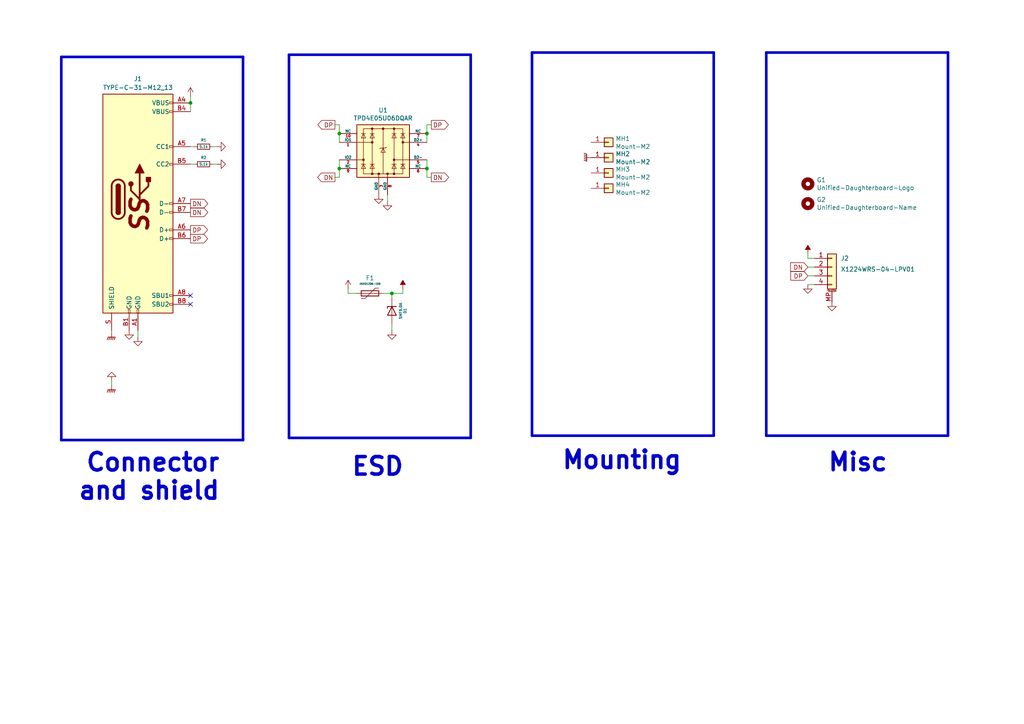
<source format=kicad_sch>
(kicad_sch (version 20231120) (generator "eeschema") (generator_version "8.0")
  (paper "A4")
  (title_block (title "Unified Daughterboard") (date "2022-10-31") (rev "C4-RC1") (company "Designed by the UDB team"))
  (lib_symbols
    (symbol "Connector_Generic:Conn_01x01" (pin_names (offset 1.016) hide)
      (property "Reference" "J" (at 0 2.54 0))
      (property "Value" "Conn_01x01" (at 0 -2.54 0))
      (symbol "Conn_01x01_1_1"
        (rectangle (start -1.27 0.127) (end 0 -0.127) (stroke (width 0.1524)))
        (rectangle (start -1.27 1.27) (end 1.27 -1.27) (stroke (width 0.254)) (fill (type background)))
        (pin passive line (at -5.08 0 0) (length 3.81) (name "Pin_1") (number "1"))
      )
    )
    (symbol "Connector_Generic_MountingPin:Conn_01x04_MountingPin" (pin_names (offset 1.016) hide)
      (property "Reference" "J" (at 0 5.08 0))
      (property "Value" "Conn_01x04_MountingPin" (at 1.27 -7.62 0))
      (symbol "Conn_01x04_MountingPin_1_1"
        (rectangle (start -1.27 -4.953) (end 0 -5.207) (stroke (width 0.1524)))
        (rectangle (start -1.27 -2.413) (end 0 -2.667) (stroke (width 0.1524)))
        (rectangle (start -1.27 0.127) (end 0 -0.127) (stroke (width 0.1524)))
        (rectangle (start -1.27 2.667) (end 0 2.413) (stroke (width 0.1524)))
        (rectangle (start -1.27 3.81) (end 1.27 -6.35) (stroke (width 0.254)) (fill (type background)))
        (polyline (pts (xy -1.016 -7.112) (xy 1.016 -7.112)) (stroke (width 0.1524)))
        (text "Mounting" (at 0 -6.731 0) (effects (font (size 0.381 0.381))))
        (pin passive line (at -5.08 2.54 0) (length 3.81) (name "Pin_1") (number "1"))
        (pin passive line (at -5.08 0 0) (length 3.81) (name "Pin_2") (number "2"))
        (pin passive line (at -5.08 -2.54 0) (length 3.81) (name "Pin_3") (number "3"))
        (pin passive line (at -5.08 -5.08 0) (length 3.81) (name "Pin_4") (number "4"))
        (pin passive line (at 0 -10.16 90) (length 3.048) (name "MountPin") (number "MP"))
      )
    )
    (symbol "Device:D_Zener" (pin_numbers hide) (pin_names (offset 1.016) hide)
      (property "Reference" "D" (at 0 2.54 0))
      (property "Value" "D_Zener" (at 0 -2.54 0))
      (symbol "D_Zener_0_1"
        (polyline (pts (xy 1.27 0) (xy -1.27 0)))
        (polyline (pts (xy -1.27 -1.27) (xy -1.27 1.27) (xy -0.762 1.27)) (stroke (width 0.254)))
        (polyline (pts (xy 1.27 -1.27) (xy 1.27 1.27) (xy -1.27 0) (xy 1.27 -1.27)) (stroke (width 0.254)))
      )
      (symbol "D_Zener_1_1"
        (pin passive line (at -3.81 0 0) (length 2.54) (name "K") (number "1"))
        (pin passive line (at 3.81 0 180) (length 2.54) (name "A") (number "2"))
      )
    )
    (symbol "Device:Polyfuse" (pin_numbers hide) (pin_names (offset 0))
      (property "Reference" "F" (at -2.54 0 90))
      (property "Value" "Polyfuse" (at 2.54 0 90))
      (symbol "Polyfuse_0_1"
        (rectangle (start -0.762 2.54) (end 0.762 -2.54) (stroke (width 0.254)))
        (polyline (pts (xy 0 2.54) (xy 0 -2.54)))
        (polyline (pts (xy -1.524 2.54) (xy -1.524 1.524) (xy 1.524 -1.524) (xy 1.524 -2.54)))
      )
      (symbol "Polyfuse_1_1"
        (pin passive line (at 0 3.81 270) (length 1.27) (name "~") (number "1"))
        (pin passive line (at 0 -3.81 90) (length 1.27) (name "~") (number "2"))
      )
    )
    (symbol "Device:R_Small" (pin_numbers hide) (pin_names (offset 0.254) hide)
      (property "Reference" "R" (at 0.762 0.508 0))
      (property "Value" "R_Small" (at 0.762 -1.016 0))
      (symbol "R_Small_0_1"
        (rectangle (start -0.762 1.778) (end 0.762 -1.778) (stroke (width 0.2032)))
      )
      (symbol "R_Small_1_1"
        (pin passive line (at 0 2.54 270) (length 0.762) (name "~") (number "1"))
        (pin passive line (at 0 -2.54 90) (length 0.762) (name "~") (number "2"))
      )
    )
    (symbol "GNDPWR_1" (power) (pin_numbers hide) (pin_names (offset 0) hide)
      (property "Value" "GNDPWR_1" (at 0 -3.302 0))
      (symbol "GNDPWR_1_0_1"
        (polyline (pts (xy 0 -1.27) (xy 0 0)))
        (polyline (pts (xy -1.016 -1.27) (xy -1.27 -2.032) (xy -1.27 -2.032)) (stroke (width 0.2032)))
        (polyline (pts (xy -0.508 -1.27) (xy -0.762 -2.032) (xy -0.762 -2.032)) (stroke (width 0.2032)))
        (polyline (pts (xy 0 -1.27) (xy -0.254 -2.032) (xy -0.254 -2.032)) (stroke (width 0.2032)))
        (polyline (pts (xy 0.508 -1.27) (xy 0.254 -2.032) (xy 0.254 -2.032)) (stroke (width 0.2032)))
        (polyline (pts (xy 1.016 -1.27) (xy -1.016 -1.27) (xy -1.016 -1.27)) (stroke (width 0.2032)))
        (polyline (pts (xy 1.016 -1.27) (xy 0.762 -2.032) (xy 0.762 -2.032) (xy 0.762 -2.032)) (stroke (width 0.2032)))
      )
      (symbol "GNDPWR_1_1_1"
        (pin power_in line (at 0 0 270) (length 0) hide (name "GNDPWR") (number "1"))
      )
    )
    (symbol "GND_1" (power) (pin_numbers hide) (pin_names (offset 0) hide)
      (property "Value" "GND_1" (at 0 -3.81 0))
      (symbol "GND_1_0_1"
        (polyline (pts (xy 0 0) (xy 0 -1.27) (xy 1.27 -1.27) (xy 0 -2.54) (xy -1.27 -1.27) (xy 0 -1.27)))
      )
      (symbol "GND_1_1_1"
        (pin power_in line (at 0 0 270) (length 0) hide (name "GND") (number "1"))
      )
    )
    (symbol "Mechanical:MountingHole" (pin_names (offset 1.016))
      (property "Reference" "H" (at 0 5.08 0))
      (property "Value" "MountingHole" (at 0 3.175 0))
      (symbol "MountingHole_0_1"
        (circle (center 0 0) (radius 1.27) (stroke (width 1.27)))
      )
    )
    (symbol "Unified-Daughterboard-rescue:TPD4E05U06DQAR-acheronSymbols" (pin_names (offset 0))
      (property "Reference" "U" (at 0 12.7 0))
      (property "Value" "TPD4E05U06DQAR-acheronSymbols" (at 0 10.16 0))
      (symbol "TPD4E05U06DQAR-acheronSymbols_0_0"
        (rectangle (start -5.715 6.477) (end 5.715 -6.604))
        (polyline (pts (xy -3.175 -6.604) (xy -3.175 6.477)))
        (polyline (pts (xy 0 6.477) (xy 0 -6.604)))
        (polyline (pts (xy 3.175 6.477) (xy 3.175 -6.604)))
      )
      (symbol "TPD4E05U06DQAR-acheronSymbols_0_1"
        (rectangle (start -7.62 7.62) (end 7.62 -7.62) (stroke (width 0.254)) (fill (type background)))
        (circle (center -5.715 -2.54) (radius 0.2794) (fill (type outline)))
        (circle (center -3.175 -6.604) (radius 0.2794) (fill (type outline)))
        (circle (center -3.175 2.54) (radius 0.2794) (fill (type outline)))
        (circle (center -3.175 6.477) (radius 0.2794) (fill (type outline)))
        (circle (center -1.27 -6.604) (radius 0.2794) (fill (type outline)))
        (polyline (pts (xy -7.747 2.54) (xy -3.175 2.54)))
        (polyline (pts (xy -7.62 -2.54) (xy -5.715 -2.54)))
        (polyline (pts (xy -5.08 -3.81) (xy -6.35 -3.81)))
        (polyline (pts (xy -5.08 5.08) (xy -6.35 5.08)))
        (polyline (pts (xy -2.54 -3.81) (xy -3.81 -3.81)))
        (polyline (pts (xy -2.54 5.08) (xy -3.81 5.08)))
        (polyline (pts (xy -1.27 -6.604) (xy -1.27 -7.62)))
        (polyline (pts (xy -0.635 0.889) (xy -1.016 0.635)))
        (polyline (pts (xy 0.635 0.889) (xy -0.635 0.889)))
        (polyline (pts (xy 0.635 0.889) (xy 1.016 1.143)))
        (polyline (pts (xy 3.81 -3.81) (xy 2.54 -3.81)))
        (polyline (pts (xy 3.81 5.08) (xy 2.54 5.08)))
        (polyline (pts (xy 6.35 -3.81) (xy 5.08 -3.81)))
        (polyline (pts (xy 6.35 5.08) (xy 5.08 5.08)))
        (polyline (pts (xy 7.62 -2.54) (xy 3.175 -2.54)))
        (polyline (pts (xy 7.62 2.54) (xy 5.715 2.54)))
        (polyline (pts (xy -5.08 -5.08) (xy -6.35 -5.08) (xy -5.715 -3.81) (xy -5.08 -5.08)))
        (polyline (pts (xy -5.08 3.81) (xy -6.35 3.81) (xy -5.715 5.08) (xy -5.08 3.81)))
        (polyline (pts (xy -2.54 -5.08) (xy -3.81 -5.08) (xy -3.175 -3.81) (xy -2.54 -5.08)))
        (polyline (pts (xy -2.54 3.81) (xy -3.81 3.81) (xy -3.175 5.08) (xy -2.54 3.81)))
        (polyline (pts (xy 0.635 -0.381) (xy -0.635 -0.381) (xy 0 0.889) (xy 0.635 -0.381)))
        (polyline (pts (xy 3.81 -5.08) (xy 2.54 -5.08) (xy 3.175 -3.81) (xy 3.81 -5.08)))
        (polyline (pts (xy 3.81 3.81) (xy 2.54 3.81) (xy 3.175 5.08) (xy 3.81 3.81)))
        (polyline (pts (xy 6.35 -5.08) (xy 5.08 -5.08) (xy 5.715 -3.81) (xy 6.35 -5.08)))
        (polyline (pts (xy 6.35 3.81) (xy 5.08 3.81) (xy 5.715 5.08) (xy 6.35 3.81)))
        (circle (center 0 6.477) (radius 0.2794) (fill (type outline)))
        (circle (center 3.175 -6.604) (radius 0.2794) (fill (type outline)))
        (circle (center 3.175 -2.54) (radius 0.2794) (fill (type outline)))
        (circle (center 3.175 6.477) (radius 0.2794) (fill (type outline)))
        (circle (center 5.715 2.54) (radius 0.2794) (fill (type outline)))
      )
      (symbol "TPD4E05U06DQAR-acheronSymbols_1_1"
        (polyline (pts (xy 1.27 -6.604) (xy 1.27 -7.62)))
        (circle (center 1.27 -6.604) (radius 0.2794) (fill (type outline)))
        (pin bidirectional line (at -12.7 2.54 0) (length 5.08) (name "IO1") (number "1"))
        (pin bidirectional line (at -12.7 5.08 0) (length 5.08) (name "NC") (number "10"))
        (pin bidirectional line (at -12.7 -2.54 0) (length 5.08) (name "IO2") (number "2"))
        (pin power_in line (at -1.27 -12.7 90) (length 5.08) (name "GND") (number "3"))
        (pin bidirectional line (at 12.7 2.54 180) (length 5.08) (name "D2+") (number "4"))
        (pin bidirectional line (at 12.7 -2.54 180) (length 5.08) (name "D2-") (number "5"))
        (pin bidirectional line (at 12.7 -5.08 180) (length 5.08) (name "NC") (number "6"))
        (pin bidirectional line (at 12.7 5.08 180) (length 5.08) (name "NC") (number "7"))
        (pin power_in line (at 1.27 -12.7 90) (length 5.08) (name "GND") (number "8"))
        (pin bidirectional line (at -12.7 -5.08 0) (length 5.08) (name "NC") (number "9"))
      )
    )
    (symbol "Unified-Daughterboard-rescue:TYPE-C-31-M12_13-acheronSymbols" (pin_names (offset 1.016))
      (property "Reference" "J" (at -1.27 35.56 0))
      (property "Value" "TYPE-C-31-M12_13-acheronSymbols" (at 10.16 33.02 0))
      (symbol "TYPE-C-31-M12_13-acheronSymbols_0_0"
        (rectangle (start -0.254 -31.75) (end 0.254 -30.734))
        (rectangle (start 10.16 -28.956) (end 9.144 -29.464))
        (rectangle (start 10.16 -26.416) (end 9.144 -26.924))
        (rectangle (start 10.16 -9.906) (end 9.144 -10.414))
        (rectangle (start 10.16 -7.366) (end 9.144 -7.874))
        (rectangle (start 10.16 -2.286) (end 9.144 -2.794))
        (rectangle (start 10.16 0.254) (end 9.144 -0.254))
        (rectangle (start 10.16 11.684) (end 9.144 11.176))
        (rectangle (start 10.16 16.764) (end 9.144 16.256))
        (rectangle (start 10.16 29.464) (end 9.144 28.956))
        (text "SS" (at 0.508 -3.175 900) (effects (font (size 5.08 5.08) (bold yes) (italic yes))))
      )
      (symbol "TYPE-C-31-M12_13-acheronSymbols_0_1"
        (rectangle (start -10.16 31.75) (end 10.16 -31.75) (stroke (width 0.254)) (fill (type background)))
        (arc (start -7.62 -2.54) (mid -5.715 -4.4367) (end -3.81 -2.54) (stroke (width 0.508)))
        (arc (start -6.35 -2.54) (mid -5.715 -3.1723) (end -5.08 -2.54) (stroke (width 0.254)))
        (arc (start -6.35 -2.54) (mid -5.715 -3.1723) (end -5.08 -2.54) (stroke (width 0.254)) (fill (type outline)))
        (rectangle (start -6.35 -2.54) (end -5.08 5.08) (stroke (width 0.254)) (fill (type outline)))
        (arc (start -5.08 5.08) (mid -5.715 5.7123) (end -6.35 5.08) (stroke (width 0.254)))
        (arc (start -5.08 5.08) (mid -5.715 5.7123) (end -6.35 5.08) (stroke (width 0.254)) (fill (type outline)))
        (arc (start -3.81 5.08) (mid -5.715 6.9767) (end -7.62 5.08) (stroke (width 0.508)))
        (circle (center -2.032 5.715) (radius 0.635) (stroke (width 0.254)) (fill (type outline)))
        (polyline (pts (xy -7.62 -2.54) (xy -7.62 5.08)) (stroke (width 0.508)))
        (polyline (pts (xy -3.81 5.08) (xy -3.81 -2.54)) (stroke (width 0.508)))
        (polyline (pts (xy 0.508 0) (xy 0.508 8.89)) (stroke (width 0.508)))
        (polyline (pts (xy 0.508 1.27) (xy -2.032 3.81) (xy -2.032 5.08)) (stroke (width 0.508)))
        (polyline (pts (xy 0.508 2.54) (xy 3.048 5.08) (xy 3.048 6.35)) (stroke (width 0.508)))
        (polyline (pts (xy -0.762 8.89) (xy 0.508 11.43) (xy 1.778 8.89) (xy -0.762 8.89)) (stroke (width 0.254)) (fill (type outline)))
        (rectangle (start 2.413 6.35) (end 3.683 7.62) (stroke (width 0.254)) (fill (type outline)))
      )
      (symbol "TYPE-C-31-M12_13-acheronSymbols_1_1"
        (rectangle (start -2.794 -31.75) (end -2.286 -30.734))
        (rectangle (start 10.16 26.924) (end 9.144 26.416))
        (pin power_out line (at 0 -36.83 90) (length 5.08) (name "GND") (number "A1"))
        (pin power_out line (at 15.24 29.21 180) (length 5.08) (name "VBUS") (number "A4"))
        (pin bidirectional line (at 15.24 16.51 180) (length 5.08) (name "CC1") (number "A5"))
        (pin bidirectional line (at 15.24 -7.62 180) (length 5.08) (name "D+") (number "A6"))
        (pin bidirectional line (at 15.24 0 180) (length 5.08) (name "D-") (number "A7"))
        (pin bidirectional line (at 15.24 -26.67 180) (length 5.08) (name "SBU1") (number "A8"))
        (pin power_out line (at -2.54 -36.83 90) (length 5.08) (name "GND") (number "B1"))
        (pin power_out line (at 15.24 26.67 180) (length 5.08) (name "VBUS") (number "B4"))
        (pin bidirectional line (at 15.24 11.43 180) (length 5.08) (name "CC2") (number "B5"))
        (pin bidirectional line (at 15.24 -10.16 180) (length 5.08) (name "D+") (number "B6"))
        (pin bidirectional line (at 15.24 -2.54 180) (length 5.08) (name "D-") (number "B7"))
        (pin bidirectional line (at 15.24 -29.21 180) (length 5.08) (name "SBU2") (number "B8"))
        (pin passive line (at -7.62 -36.83 90) (length 5.08) (name "SHIELD") (number "S"))
      )
    )
    (symbol "VBUS_1" (power) (pin_numbers hide) (pin_names (offset 0) hide)
      (property "Value" "VBUS_1" (at 0 3.81 0))
      (symbol "VBUS_1_0_1"
        (polyline (pts (xy -0.762 1.27) (xy 0 2.54)))
        (polyline (pts (xy 0 0) (xy 0 2.54)))
        (polyline (pts (xy 0 2.54) (xy 0.762 1.27)))
      )
      (symbol "VBUS_1_1_1"
        (pin power_in line (at 0 0 90) (length 0) hide (name "VBUS") (number "1"))
      )
    )
    (symbol "power:GND" (power) (pin_numbers hide) (pin_names (offset 0) hide)
      (property "Value" "GND" (at 0 -3.81 0))
      (symbol "GND_0_1"
        (polyline (pts (xy 0 0) (xy 0 -1.27) (xy 1.27 -1.27) (xy 0 -2.54) (xy -1.27 -1.27) (xy 0 -1.27)))
      )
      (symbol "GND_1_1"
        (pin power_in line (at 0 0 270) (length 0) hide (name "GND") (number "1"))
      )
    )
    (symbol "power:GNDPWR" (power) (pin_numbers hide) (pin_names (offset 0) hide)
      (property "Value" "GNDPWR" (at 0 -3.302 0))
      (symbol "GNDPWR_0_1"
        (polyline (pts (xy 0 -1.27) (xy 0 0)))
        (polyline (pts (xy -1.016 -1.27) (xy -1.27 -2.032) (xy -1.27 -2.032)) (stroke (width 0.2032)))
        (polyline (pts (xy -0.508 -1.27) (xy -0.762 -2.032) (xy -0.762 -2.032)) (stroke (width 0.2032)))
        (polyline (pts (xy 0 -1.27) (xy -0.254 -2.032) (xy -0.254 -2.032)) (stroke (width 0.2032)))
        (polyline (pts (xy 0.508 -1.27) (xy 0.254 -2.032) (xy 0.254 -2.032)) (stroke (width 0.2032)))
        (polyline (pts (xy 1.016 -1.27) (xy -1.016 -1.27) (xy -1.016 -1.27)) (stroke (width 0.2032)))
        (polyline (pts (xy 1.016 -1.27) (xy 0.762 -2.032) (xy 0.762 -2.032) (xy 0.762 -2.032)) (stroke (width 0.2032)))
      )
      (symbol "GNDPWR_1_1"
        (pin power_in line (at 0 0 270) (length 0) hide (name "GNDPWR") (number "1"))
      )
    )
    (symbol "power:VCOM" (power) (pin_numbers hide) (pin_names (offset 0) hide)
      (property "Value" "VCOM" (at 0 3.81 0))
      (symbol "VCOM_0_1"
        (polyline (pts (xy 0 0) (xy 0 2.54)))
        (polyline (pts (xy 0.762 1.27) (xy -0.762 1.27) (xy 0 2.54) (xy 0.762 1.27)) (fill (type outline)))
      )
      (symbol "VCOM_1_1"
        (pin power_in line (at 0 0 90) (length 0) hide (name "VCOM") (number "1"))
      )
    )
  )
  (junction (at 98.425 38.735))
  (junction (at 98.425 48.895))
  (junction (at 55.245 29.845))
  (junction (at 113.665 85.09))
  (junction (at 123.825 38.735))
  (junction (at 123.825 48.895))
  (no_connect (at 55.245 85.725))
  (no_connect (at 55.245 88.265))
  (polyline (pts (xy 222.25 15.24) (xy 274.955 15.24)) (stroke (width 0.762)))
  (wire (pts (xy 123.825 51.435) (xy 125.095 51.435)))
  (wire (pts (xy 98.425 38.735) (xy 98.425 41.275)))
  (wire (pts (xy 111.125 85.09) (xy 113.665 85.09)))
  (wire (pts (xy 123.825 38.735) (xy 123.825 41.275)))
  (wire (pts (xy 55.245 47.625) (xy 56.515 47.625)))
  (polyline (pts (xy 83.82 15.875) (xy 83.82 127)) (stroke (width 0.762)))
  (wire (pts (xy 32.385 110.49) (xy 32.385 111.76)))
  (polyline (pts (xy 17.78 16.51) (xy 17.78 127.635)) (stroke (width 0.762)))
  (wire (pts (xy 234.315 74.93) (xy 236.22 74.93)))
  (wire (pts (xy 123.825 48.895) (xy 123.825 51.435)))
  (polyline (pts (xy 222.25 15.24) (xy 222.25 126.365)) (stroke (width 0.762)))
  (wire (pts (xy 113.665 85.09) (xy 116.84 85.09)))
  (polyline (pts (xy 207.01 15.24) (xy 207.01 126.365)) (stroke (width 0.762)))
  (wire (pts (xy 236.22 77.47) (xy 234.315 77.47)))
  (wire (pts (xy 125.095 36.195) (xy 123.825 36.195)))
  (wire (pts (xy 234.315 80.01) (xy 236.22 80.01)))
  (polyline (pts (xy 17.78 16.51) (xy 70.485 16.51)) (stroke (width 0.762)))
  (wire (pts (xy 55.245 42.545) (xy 56.515 42.545)))
  (wire (pts (xy 113.665 93.98) (xy 113.665 95.885)))
  (wire (pts (xy 61.595 42.545) (xy 62.865 42.545)))
  (wire (pts (xy 97.155 51.435) (xy 98.425 51.435)))
  (wire (pts (xy 97.155 36.195) (xy 98.425 36.195)))
  (polyline (pts (xy 136.525 127) (xy 83.82 127)) (stroke (width 0.762)))
  (wire (pts (xy 61.595 47.625) (xy 62.865 47.625)))
  (wire (pts (xy 123.825 46.355) (xy 123.825 48.895)))
  (wire (pts (xy 100.965 85.09) (xy 103.505 85.09)))
  (wire (pts (xy 234.315 82.55) (xy 236.22 82.55)))
  (wire (pts (xy 55.245 29.845) (xy 55.245 32.385)))
  (wire (pts (xy 98.425 36.195) (xy 98.425 38.735)))
  (polyline (pts (xy 274.955 126.365) (xy 222.25 126.365)) (stroke (width 0.762)))
  (polyline (pts (xy 83.82 15.875) (xy 136.525 15.875)) (stroke (width 0.762)))
  (wire (pts (xy 55.245 27.94) (xy 55.245 29.845)))
  (polyline (pts (xy 154.305 15.24) (xy 154.305 126.365)) (stroke (width 0.762)))
  (polyline (pts (xy 70.485 127.635) (xy 17.78 127.635)) (stroke (width 0.762)))
  (wire (pts (xy 100.965 83.82) (xy 100.965 85.09)))
  (polyline (pts (xy 274.955 15.24) (xy 274.955 126.365)) (stroke (width 0.762)))
  (wire (pts (xy 98.425 51.435) (xy 98.425 48.895)))
  (wire (pts (xy 98.425 46.355) (xy 98.425 48.895)))
  (polyline (pts (xy 207.01 126.365) (xy 154.305 126.365)) (stroke (width 0.762)))
  (wire (pts (xy 113.665 85.09) (xy 113.665 86.36)))
  (wire (pts (xy 116.84 83.82) (xy 116.84 85.09)))
  (wire (pts (xy 112.395 56.515) (xy 112.395 58.42)))
  (wire (pts (xy 32.385 95.885) (xy 32.385 96.52)))
  (wire (pts (xy 123.825 36.195) (xy 123.825 38.735)))
  (wire (pts (xy 40.005 95.885) (xy 40.005 97.79)))
  (wire (pts (xy 234.315 73.66) (xy 234.315 74.93)))
  (polyline (pts (xy 70.485 16.51) (xy 70.485 127.635)) (stroke (width 0.762)))
  (polyline (pts (xy 154.305 15.24) (xy 207.01 15.24)) (stroke (width 0.762)))
  (polyline (pts (xy 136.525 15.875) (xy 136.525 127)) (stroke (width 0.762)))
  (text "Connector\nand shield" (at 64.135 145.415 0) (effects (font (size 5.08 5.08) (thickness 1.016) (bold yes)) (justify right bottom)))
  (text "Misc" (at 257.81 137.16 0) (effects (font (size 5.08 5.08) (thickness 1.016) (bold yes)) (justify right bottom)))
  (text "Mounting" (at 198.12 136.525 0) (effects (font (size 5.08 5.08) (thickness 1.016) (bold yes)) (justify right bottom)))
  (text "ESD" (at 117.475 138.43 0) (effects (font (size 5.08 5.08) (thickness 1.016) (bold yes)) (justify right bottom)))
  (global_label "DN" (shape output) (at 55.245 59.055 0) (property "Intersheetrefs" "${INTERSHEET_REFS}" (effects (hide yes))))
  (global_label "DN" (shape output) (at 55.245 61.595 0) (property "Intersheetrefs" "${INTERSHEET_REFS}" (effects (hide yes))))
  (global_label "DN" (shape output) (at 125.095 51.435 0) (property "Intersheetrefs" "${INTERSHEET_REFS}" (effects (hide yes))))
  (global_label "DP" (shape output) (at 55.245 69.215 0) (property "Intersheetrefs" "${INTERSHEET_REFS}" (effects (hide yes))))
  (global_label "DN" (shape output) (at 97.155 51.435 180) (property "Intersheetrefs" "${INTERSHEET_REFS}" (effects (hide yes))))
  (global_label "DP" (shape output) (at 55.245 66.675 0) (property "Intersheetrefs" "${INTERSHEET_REFS}" (effects (hide yes))))
  (global_label "DN" (shape input) (at 234.315 77.47 180) (property "Intersheetrefs" "${INTERSHEET_REFS}" (effects (hide yes))))
  (global_label "DP" (shape output) (at 97.155 36.195 180) (property "Intersheetrefs" "${INTERSHEET_REFS}" (effects (hide yes))))
  (global_label "DP" (shape input) (at 234.315 80.01 180) (property "Intersheetrefs" "${INTERSHEET_REFS}" (effects (hide yes))))
  (global_label "DP" (shape output) (at 125.095 36.195 0) (property "Intersheetrefs" "${INTERSHEET_REFS}" (effects (hide yes))))
  (symbol (lib_id "Connector_Generic_MountingPin:Conn_01x04_MountingPin") (at 241.3 77.47 0) (unit 1)
    (property "Reference" "J2" (at 243.84 74.93 0) (effects (justify left)))
    (property "Value" "X1224WRS-04-LPV01" (at 243.84 78.105 0) (effects (justify left)))
    (property "Footprint" "locallib:PicoEZMate-Reinforced-Alt" (effects (hide yes)))
    (property "Manufacturer" "XKB Connectivity" (effects (hide yes)))
    (property "Manufacturer Part Number" "X1224WRS-04-LPV01" (effects (hide yes)))
    (property "LCSC Part Number" "C528030" (effects (hide yes)))
  )
  (symbol (lib_id "Device:R_Small") (at 59.055 42.545 90) (unit 1)
    (property "Reference" "R1" (at 59.055 40.64 90) (effects (font (size 0.762 0.762))))
    (property "Value" "5.1k" (at 59.055 42.545 90) (effects (font (size 0.762 0.762))))
    (property "Footprint" "Resistor_SMD:R_0402_1005Metric" (effects (hide yes)))
    (property "Package" "R0402" (effects (hide yes)))
    (property "Manufacturer" "Uniroyal" (effects (hide yes)))
    (property "Manufacturer Part Number" "0402WGF5101TCE" (effects (hide yes)))
    (property "LCSC Part Number" "C25905" (effects (hide yes)))
  )
  (symbol (lib_id "Device:R_Small") (at 59.055 47.625 90) (unit 1)
    (property "Reference" "R2" (at 59.055 45.72 90) (effects (font (size 0.762 0.762))))
    (property "Value" "5.1k" (at 59.055 47.625 90) (effects (font (size 0.762 0.762))))
    (property "Footprint" "Resistor_SMD:R_0402_1005Metric" (effects (hide yes)))
    (property "Package" "R0402" (effects (hide yes)))
  )
  (symbol (lib_id "power:GND") (at 234.315 82.55 0) (unit 1)
    (property "Reference" "#PWR08" (effects (hide yes)))
    (property "Value" "GND" (effects (hide yes)))
  )
  (symbol (lib_id "Connector_Generic:Conn_01x01") (at 176.53 41.275 0) (unit 1) (in_bom no)
    (property "Reference" "MH1" (at 178.5366 40.2082 0) (effects (justify left)))
    (property "Value" "Mount-M2" (at 178.5366 42.5196 0) (effects (justify left)))
    (property "Footprint" "random-keyboard-parts:Generic-Mounthole" (effects (hide yes)))
  )
  (symbol (lib_id "Connector_Generic:Conn_01x01") (at 176.53 45.72 0) (unit 1) (in_bom no)
    (property "Reference" "MH2" (at 178.5366 44.6532 0) (effects (justify left)))
    (property "Value" "Mount-M2" (at 178.5366 46.9646 0) (effects (justify left)))
    (property "Footprint" "random-keyboard-parts:Generic-Mounthole" (effects (hide yes)))
  )
  (symbol (lib_id "Connector_Generic:Conn_01x01") (at 176.53 50.165 0) (unit 1) (in_bom no)
    (property "Reference" "MH3" (at 178.5366 49.0982 0) (effects (justify left)))
    (property "Value" "Mount-M2" (at 178.5366 51.4096 0) (effects (justify left)))
    (property "Footprint" "random-keyboard-parts:Generic-Mounthole" (effects (hide yes)))
  )
  (symbol (lib_id "Connector_Generic:Conn_01x01") (at 176.53 54.61 0) (unit 1) (in_bom no)
    (property "Reference" "MH4" (at 178.5366 53.5432 0) (effects (justify left)))
    (property "Value" "Mount-M2" (at 178.5366 55.8546 0) (effects (justify left)))
    (property "Footprint" "random-keyboard-parts:Generic-Mounthole" (effects (hide yes)))
  )
  (symbol (lib_id "Device:D_Zener") (at 113.665 90.17 90) (mirror x) (unit 1)
    (property "Reference" "D1" (at 117.475 90.17 0) (effects (font (size 0.762 0.762))))
    (property "Value" "SMF6.0A" (at 116.205 90.17 0) (effects (font (size 0.762 0.762))))
    (property "Footprint" "acheron_Components:D_SOD-123" (effects (hide yes)))
    (property "Package" "SOD-123FL" (effects (hide yes)))
    (property "Manufacturer" "FTR" (effects (hide yes)))
    (property "Manufacturer Part Number" "SMF6.0A" (effects (hide yes)))
    (property "LCSC Part Number" "C708002" (effects (hide yes)))
  )
  (symbol (lib_id "Unified-Daughterboard-rescue:TYPE-C-31-M12_13-acheronSymbols") (at 40.005 59.055 0) (unit 1)
    (property "Reference" "J1" (at 40.005 22.86 0))
    (property "Value" "TYPE-C-31-M12_13" (at 40.005 25.4 0))
    (property "Footprint" "acheron_Connectors:USB_C_Receptacle_Hroparts_TYPE-C-31-M-12" (effects (hide yes)))
    (property "Manufacturer" "Korean Hroparts" (effects (hide yes)))
    (property "Manufacturer Part Number" "TYPE-C-31-M-12" (effects (hide yes)))
    (property "LCSC Part Number" "C165948" (effects (hide yes)))
  )
  (symbol (lib_name "GNDPWR_1") (lib_id "power:GNDPWR") (at 32.385 96.52 0) (unit 1)
    (property "Reference" "#PWR014" (effects (hide yes)))
    (property "Value" "GNDPWR" (effects (hide yes)))
  )
  (symbol (lib_name "VBUS_1") (lib_id "power:VBUS") (at 55.245 27.94 0) (unit 1)
    (property "Reference" "#PWR01" (effects (hide yes)))
    (property "Value" "VBUS" (effects (hide yes)))
  )
  (symbol (lib_id "Mechanical:MountingHole") (at 234.315 59.055 0) (unit 1) (in_bom no)
    (property "Reference" "G2" (at 236.855 57.912 0) (effects (justify left)))
    (property "Value" "Unified-Daughterboard-Name" (at 236.855 60.198 0) (effects (justify left)))
    (property "Footprint" "Unified-Daughterboard-Logo:Unified-Daughterboard-Name.pretty" (effects (hide yes)))
  )
  (symbol (lib_id "power:GNDPWR") (at 171.45 45.72 270) (unit 1)
    (property "Reference" "#PWR03" (effects (hide yes)))
    (property "Value" "GNDPWR" (effects (hide yes)))
  )
  (symbol (lib_id "Unified-Daughterboard-rescue:TPD4E05U06DQAR-acheronSymbols") (at 111.125 43.815 0) (unit 1)
    (property "Reference" "U1" (at 111.125 31.9786 0))
    (property "Value" "TPD4E05U06DQAR" (at 111.125 34.29 0))
    (property "Footprint" "acheron_Components:USON-10_2.5x1.0mm_P0.5mm" (effects (hide yes)))
    (property "Manufacturer" "Texas Instruments" (effects (hide yes)))
    (property "Manufacturer Part Number" "TPD4E05U06DQAR" (effects (hide yes)))
    (property "Package" "uSON-10" (effects (hide yes)))
    (property "LCSC Part Number" "C138714" (effects (hide yes)))
  )
  (symbol (lib_id "Device:Polyfuse") (at 107.315 85.09 90) (unit 1)
    (property "Reference" "F1" (at 107.315 80.645 90))
    (property "Value" "ASMD1206-150" (at 107.315 82.3214 90) (effects (font (size 0.508 0.508))))
    (property "Footprint" "Fuse:Fuse_1206_3216Metric" (effects (hide yes)))
    (property "Manufacturer" "Shenzhen JDT Fuse" (effects (hide yes)))
    (property "Manufacturer Part Number" "ASMD1206-150" (effects (hide yes)))
    (property "LCSC Part Number" "C135342" (effects (hide yes)))
    (property "Package" "F1206" (effects (hide yes)))
  )
  (symbol (lib_id "Mechanical:MountingHole") (at 234.315 53.34 0) (unit 1) (in_bom no)
    (property "Reference" "G1" (at 236.855 52.197 0) (effects (justify left)))
    (property "Value" "Unified-Daughterboard-Logo" (at 236.855 54.483 0) (effects (justify left)))
    (property "Footprint" "Unified-Daughterboard-Logo:Unified-Daughterboard-Logo.pretty" (effects (hide yes)))
  )
  (symbol (lib_name "GND_1") (lib_id "power:GND") (at 112.395 58.42 0) (unit 1)
    (property "Reference" "#PWR06" (effects (hide yes)))
    (property "Value" "GND" (effects (hide yes)))
  )
  (symbol (lib_name "GNDPWR_1") (lib_id "power:GNDPWR") (at 32.385 111.76 0) (unit 1)
    (property "Reference" "#PWR017" (effects (hide yes)))
    (property "Value" "GNDPWR" (effects (hide yes)))
  )
  (symbol (lib_name "VBUS_1") (lib_id "power:VBUS") (at 100.965 83.82 0) (unit 1)
    (property "Reference" "#PWR09" (effects (hide yes)))
    (property "Value" "VBUS" (effects (hide yes)))
  )
  (symbol (lib_id "power:GND") (at 241.3 87.63 0) (unit 1)
    (property "Reference" "#PWR011" (effects (hide yes)))
    (property "Value" "GND" (effects (hide yes)))
  )
  (symbol (lib_name "GND_1") (lib_id "power:GND") (at 113.665 95.885 0) (unit 1)
    (property "Reference" "#PWR013" (effects (hide yes)))
    (property "Value" "GND" (effects (hide yes)))
  )
  (symbol (lib_name "GND_1") (lib_id "power:GND") (at 40.005 97.79 0) (unit 1)
    (property "Reference" "#PWR015" (effects (hide yes)))
    (property "Value" "GND" (effects (hide yes)))
  )
  (symbol (lib_name "GND_1") (lib_id "power:GND") (at 62.865 47.625 90) (unit 1)
    (property "Reference" "#PWR04" (effects (hide yes)))
    (property "Value" "GND" (effects (hide yes)))
  )
  (symbol (lib_id "power:VCOM") (at 234.315 73.66 0) (unit 1)
    (property "Reference" "#PWR07" (effects (hide yes)))
    (property "Value" "VCOM" (effects (hide yes)))
  )
  (symbol (lib_name "GND_1") (lib_id "power:GND") (at 62.865 42.545 90) (unit 1)
    (property "Reference" "#PWR02" (effects (hide yes)))
    (property "Value" "GND" (effects (hide yes)))
  )
  (symbol (lib_id "power:VCOM") (at 116.84 83.82 0) (unit 1)
    (property "Reference" "#PWR010" (effects (hide yes)))
    (property "Value" "VCOM" (effects (hide yes)))
  )
  (symbol (lib_name "GND_1") (lib_id "power:GND") (at 32.385 110.49 180) (unit 1)
    (property "Reference" "#PWR016" (effects (hide yes)))
    (property "Value" "GND" (effects (hide yes)))
  )
  (symbol (lib_name "GND_1") (lib_id "power:GND") (at 37.465 95.885 0) (unit 1)
    (property "Reference" "#PWR012" (effects (hide yes)))
    (property "Value" "GND" (effects (hide yes)))
  )
  (symbol (lib_name "GND_1") (lib_id "power:GND") (at 109.855 56.515 0) (unit 1)
    (property "Reference" "#PWR05" (effects (hide yes)))
    (property "Value" "GND" (effects (hide yes)))
  )
)
</source>
